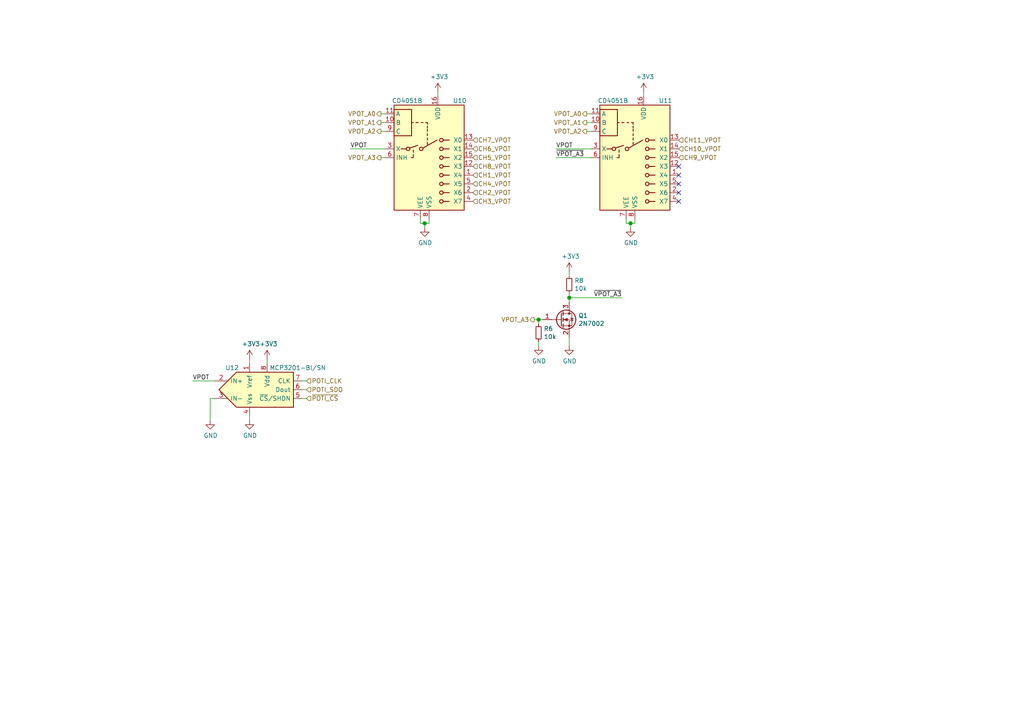
<source format=kicad_sch>
(kicad_sch (version 20211123) (generator eeschema)
  (paper "A4")
  (lib_symbols
    (symbol "Analog_ADC:MCP3201" (pin_names (offset 0.762))
      (property "Reference" "U" (at 3.81 8.89 0))
      (property "Value" "MCP3201" (at 3.81 6.35 0))
      (symbol "MCP3201_0_0"
        (polyline (pts (xy -11.43 0) (xy -6.35 5.08) (xy 10.16 5.08) (xy 10.16 -5.08) (xy -6.35 -5.08) (xy -11.43 0)) (stroke (width 0.254)) (fill (type background)))
      )
      (symbol "MCP3201_1_1"
        (pin power_in line (at -2.54 7.62 270) (length 2.54) (name "Vref") (number "1"))
        (pin input line (at -12.7 2.54 0) (length 3.81) (name "IN+") (number "2"))
        (pin input line (at -12.7 -2.54 0) (length 3.81) (name "IN-") (number "3"))
        (pin power_in line (at -2.54 -7.62 90) (length 2.54) (name "Vss") (number "4"))
        (pin input line (at 12.7 -2.54 180) (length 2.54) (name "~{CS}/SHDN") (number "5"))
        (pin output line (at 12.7 0 180) (length 2.54) (name "Dout") (number "6"))
        (pin input line (at 12.7 2.54 180) (length 2.54) (name "CLK") (number "7"))
        (pin power_in line (at 2.54 7.62 270) (length 2.54) (name "Vdd") (number "8"))
      )
    )
    (symbol "Analog_Switch:CD4051B"
      (property "Reference" "U" (at -10.16 16.51 0))
      (property "Value" "CD4051B" (at 3.81 16.51 0))
      (symbol "CD4051B_0_1"
        (rectangle (start -10.16 6.35) (end -5.08 13.97) (stroke (width 0.254)))
        (rectangle (start -10.16 15.24) (end 10.16 -15.24) (stroke (width 0.254)) (fill (type background)))
        (circle (center -6.096 2.54) (radius 0.508) (stroke (width 0.254)))
        (circle (center -2.286 2.54) (radius 0.508) (stroke (width 0.254)))
        (polyline (pts (xy -8.128 2.54) (xy -6.604 2.54)) (stroke (width 0.254)))
        (polyline (pts (xy -5.588 2.794) (xy -3.302 3.556)) (stroke (width 0.254)))
        (polyline (pts (xy -4.572 0) (xy -5.207 0)) (stroke (width 0.254)))
        (polyline (pts (xy -4.572 0.254) (xy -4.572 0.889)) (stroke (width 0.254)))
        (polyline (pts (xy -4.572 1.524) (xy -4.572 2.159)) (stroke (width 0.254)))
        (polyline (pts (xy -4.572 10.16) (xy -5.08 10.16)) (stroke (width 0.254)))
        (polyline (pts (xy -3.81 10.16) (xy -3.175 10.16)) (stroke (width 0.254)))
        (polyline (pts (xy -1.778 2.794) (xy 2.286 5.08)) (stroke (width 0.254)))
        (polyline (pts (xy -1.778 10.16) (xy -2.286 10.16)) (stroke (width 0.254)))
        (polyline (pts (xy -0.508 3.81) (xy -0.508 4.445)) (stroke (width 0.254)))
        (polyline (pts (xy -0.508 5.08) (xy -0.508 5.715)) (stroke (width 0.254)))
        (polyline (pts (xy -0.508 6.35) (xy -0.508 6.985)) (stroke (width 0.254)))
        (polyline (pts (xy -0.508 7.62) (xy -0.508 8.255)) (stroke (width 0.254)))
        (polyline (pts (xy -0.508 8.636) (xy -0.508 9.144)) (stroke (width 0.254)))
        (polyline (pts (xy -0.508 9.652) (xy -0.508 10.16)) (stroke (width 0.254)))
        (polyline (pts (xy -0.508 10.16) (xy -1.016 10.16)) (stroke (width 0.254)))
        (polyline (pts (xy 4.064 -12.7) (xy 5.842 -12.7)) (stroke (width 0.254)))
        (polyline (pts (xy 4.064 -10.16) (xy 5.842 -10.16)) (stroke (width 0.254)))
        (polyline (pts (xy 4.064 -7.62) (xy 5.842 -7.62)) (stroke (width 0.254)))
        (polyline (pts (xy 4.064 -5.08) (xy 5.842 -5.08)) (stroke (width 0.254)))
        (polyline (pts (xy 4.064 -2.54) (xy 5.842 -2.54)) (stroke (width 0.254)))
        (polyline (pts (xy 4.064 0) (xy 5.842 0)) (stroke (width 0.254)))
        (polyline (pts (xy 4.064 2.54) (xy 5.842 2.54)) (stroke (width 0.254)))
        (polyline (pts (xy 4.064 5.08) (xy 5.842 5.08)) (stroke (width 0.254)))
        (circle (center 3.556 -12.7) (radius 0.508) (stroke (width 0.254)))
        (circle (center 3.556 -10.16) (radius 0.508) (stroke (width 0.254)))
        (circle (center 3.556 -7.62) (radius 0.508) (stroke (width 0.254)))
        (circle (center 3.556 -5.08) (radius 0.508) (stroke (width 0.254)))
        (circle (center 3.556 -2.54) (radius 0.508) (stroke (width 0.254)))
        (circle (center 3.556 0) (radius 0.508) (stroke (width 0.254)))
        (circle (center 3.556 2.54) (radius 0.508) (stroke (width 0.254)))
        (circle (center 3.556 5.08) (radius 0.508) (stroke (width 0.254)))
      )
      (symbol "CD4051B_1_1"
        (pin bidirectional line (at 12.7 -5.08 180) (length 2.54) (name "X4") (number "1"))
        (pin input line (at -12.7 10.16 0) (length 2.54) (name "B") (number "10"))
        (pin input line (at -12.7 12.7 0) (length 2.54) (name "A") (number "11"))
        (pin bidirectional line (at 12.7 -2.54 180) (length 2.54) (name "X3") (number "12"))
        (pin bidirectional line (at 12.7 5.08 180) (length 2.54) (name "X0") (number "13"))
        (pin bidirectional line (at 12.7 2.54 180) (length 2.54) (name "X1") (number "14"))
        (pin bidirectional line (at 12.7 0 180) (length 2.54) (name "X2") (number "15"))
        (pin power_in line (at 2.54 17.78 270) (length 2.54) (name "VDD") (number "16"))
        (pin bidirectional line (at 12.7 -10.16 180) (length 2.54) (name "X6") (number "2"))
        (pin bidirectional line (at -12.7 2.54 0) (length 2.54) (name "X") (number "3"))
        (pin bidirectional line (at 12.7 -12.7 180) (length 2.54) (name "X7") (number "4"))
        (pin bidirectional line (at 12.7 -7.62 180) (length 2.54) (name "X5") (number "5"))
        (pin input line (at -12.7 0 0) (length 2.54) (name "INH") (number "6"))
        (pin power_in line (at -2.54 -17.78 90) (length 2.54) (name "VEE") (number "7"))
        (pin power_in line (at 0 -17.78 90) (length 2.54) (name "VSS") (number "8"))
        (pin input line (at -12.7 7.62 0) (length 2.54) (name "C") (number "9"))
      )
    )
    (symbol "Device:Q_NMOS_GSD" (pin_names (offset 0) hide)
      (property "Reference" "Q" (at 5.08 1.27 0))
      (property "Value" "Q_NMOS_GSD" (at 5.08 -1.27 0))
      (symbol "Q_NMOS_GSD_0_1"
        (polyline (pts (xy 0.254 0) (xy -2.54 0)))
        (polyline (pts (xy 0.254 1.905) (xy 0.254 -1.905)) (stroke (width 0.254)))
        (polyline (pts (xy 0.762 -1.27) (xy 0.762 -2.286)) (stroke (width 0.254)))
        (polyline (pts (xy 0.762 0.508) (xy 0.762 -0.508)) (stroke (width 0.254)))
        (polyline (pts (xy 0.762 2.286) (xy 0.762 1.27)) (stroke (width 0.254)))
        (polyline (pts (xy 2.54 2.54) (xy 2.54 1.778)))
        (polyline (pts (xy 2.54 -2.54) (xy 2.54 0) (xy 0.762 0)))
        (polyline (pts (xy 0.762 -1.778) (xy 3.302 -1.778) (xy 3.302 1.778) (xy 0.762 1.778)))
        (polyline (pts (xy 1.016 0) (xy 2.032 0.381) (xy 2.032 -0.381) (xy 1.016 0)) (fill (type outline)))
        (polyline (pts (xy 2.794 0.508) (xy 2.921 0.381) (xy 3.683 0.381) (xy 3.81 0.254)))
        (polyline (pts (xy 3.302 0.381) (xy 2.921 -0.254) (xy 3.683 -0.254) (xy 3.302 0.381)))
        (circle (center 1.651 0) (radius 2.794) (stroke (width 0.254)))
        (circle (center 2.54 -1.778) (radius 0.254) (fill (type outline)))
        (circle (center 2.54 1.778) (radius 0.254) (fill (type outline)))
      )
      (symbol "Q_NMOS_GSD_1_1"
        (pin input line (at -5.08 0 0) (length 2.54) (name "G") (number "1"))
        (pin passive line (at 2.54 -5.08 90) (length 2.54) (name "S") (number "2"))
        (pin passive line (at 2.54 5.08 270) (length 2.54) (name "D") (number "3"))
      )
    )
    (symbol "Device:R_Small" (pin_numbers hide) (pin_names (offset 0.254) hide)
      (property "Reference" "R" (at 0.762 0.508 0))
      (property "Value" "R_Small" (at 0.762 -1.016 0))
      (symbol "R_Small_0_1"
        (rectangle (start -0.762 1.778) (end 0.762 -1.778) (stroke (width 0.2032)))
      )
      (symbol "R_Small_1_1"
        (pin passive line (at 0 2.54 270) (length 0.762) (name "~") (number "1"))
        (pin passive line (at 0 -2.54 90) (length 0.762) (name "~") (number "2"))
      )
    )
    (symbol "power:+3.3V" (power) (pin_names (offset 0))
      (property "Value" "+3.3V" (at 0 3.556 0))
      (symbol "+3.3V_0_1"
        (polyline (pts (xy -0.762 1.27) (xy 0 2.54)))
        (polyline (pts (xy 0 0) (xy 0 2.54)))
        (polyline (pts (xy 0 2.54) (xy 0.762 1.27)))
      )
      (symbol "+3.3V_1_1"
        (pin power_in line (at 0 0 90) (length 0) hide (name "+3V3") (number "1"))
      )
    )
    (symbol "power:GND" (power) (pin_names (offset 0))
      (property "Value" "GND" (at 0 -3.81 0))
      (symbol "GND_0_1"
        (polyline (pts (xy 0 0) (xy 0 -1.27) (xy 1.27 -1.27) (xy 0 -2.54) (xy -1.27 -1.27) (xy 0 -1.27)))
      )
      (symbol "GND_1_1"
        (pin power_in line (at 0 0 270) (length 0) hide (name "GND") (number "1"))
      )
    )
  )
  (junction (at 182.88 64.77) (diameter 1.016))
  (junction (at 165.1 86.36) (diameter 1.016))
  (junction (at 123.19 64.77) (diameter 1.016))
  (junction (at 156.21 92.71) (diameter 1.016))
  (no_connect (at 196.85 58.42))
  (no_connect (at 196.85 55.88))
  (no_connect (at 196.85 50.8))
  (no_connect (at 196.85 48.26))
  (no_connect (at 196.85 53.34))
  (wire (pts (xy 110.49 38.1) (xy 111.76 38.1)))
  (wire (pts (xy 181.61 63.5) (xy 181.61 64.77)))
  (wire (pts (xy 121.92 63.5) (xy 121.92 64.77)))
  (wire (pts (xy 127 26.67) (xy 127 27.94)))
  (wire (pts (xy 156.21 93.98) (xy 156.21 92.71)))
  (wire (pts (xy 181.61 64.77) (xy 182.88 64.77)))
  (wire (pts (xy 165.1 86.36) (xy 180.34 86.36)))
  (wire (pts (xy 186.69 26.67) (xy 186.69 27.94)))
  (wire (pts (xy 88.9 110.49) (xy 87.63 110.49)))
  (wire (pts (xy 124.46 64.77) (xy 124.46 63.5)))
  (wire (pts (xy 156.21 92.71) (xy 157.48 92.71)))
  (wire (pts (xy 101.6 43.18) (xy 111.76 43.18)))
  (wire (pts (xy 123.19 66.04) (xy 123.19 64.77)))
  (wire (pts (xy 72.39 121.92) (xy 72.39 120.65)))
  (wire (pts (xy 154.94 92.71) (xy 156.21 92.71)))
  (wire (pts (xy 165.1 85.09) (xy 165.1 86.36)))
  (wire (pts (xy 165.1 86.36) (xy 165.1 87.63)))
  (wire (pts (xy 170.18 38.1) (xy 171.45 38.1)))
  (wire (pts (xy 170.18 33.02) (xy 171.45 33.02)))
  (wire (pts (xy 184.15 64.77) (xy 184.15 63.5)))
  (wire (pts (xy 72.39 105.41) (xy 72.39 104.14)))
  (wire (pts (xy 182.88 64.77) (xy 184.15 64.77)))
  (wire (pts (xy 60.96 115.57) (xy 60.96 121.92)))
  (wire (pts (xy 110.49 35.56) (xy 111.76 35.56)))
  (wire (pts (xy 62.23 115.57) (xy 60.96 115.57)))
  (wire (pts (xy 110.49 45.72) (xy 111.76 45.72)))
  (wire (pts (xy 161.29 45.72) (xy 171.45 45.72)))
  (wire (pts (xy 182.88 66.04) (xy 182.88 64.77)))
  (wire (pts (xy 121.92 64.77) (xy 123.19 64.77)))
  (wire (pts (xy 165.1 78.74) (xy 165.1 80.01)))
  (wire (pts (xy 156.21 100.33) (xy 156.21 99.06)))
  (wire (pts (xy 165.1 100.33) (xy 165.1 97.79)))
  (wire (pts (xy 110.49 33.02) (xy 111.76 33.02)))
  (wire (pts (xy 123.19 64.77) (xy 124.46 64.77)))
  (wire (pts (xy 170.18 35.56) (xy 171.45 35.56)))
  (wire (pts (xy 55.88 110.49) (xy 62.23 110.49)))
  (wire (pts (xy 161.29 43.18) (xy 171.45 43.18)))
  (wire (pts (xy 88.9 113.03) (xy 87.63 113.03)))
  (wire (pts (xy 77.47 105.41) (xy 77.47 104.14)))
  (wire (pts (xy 87.63 115.57) (xy 88.9 115.57)))
  (label "VPOT" (at 55.88 110.49 0))
  (label "VPOT" (at 101.6 43.18 0))
  (label "VPOT" (at 161.29 43.18 0))
  (label "~{VPOT_A3}" (at 161.29 45.72 0))
  (label "~{VPOT_A3}" (at 180.34 86.36 180))
  (hierarchical_label "VPOT_A3" (shape output) (at 110.49 45.72 180))
  (hierarchical_label "VPOT_A0" (shape output) (at 110.49 33.02 180))
  (hierarchical_label "VPOT_A0" (shape output) (at 170.18 33.02 180))
  (hierarchical_label "VPOT_A2" (shape output) (at 110.49 38.1 180))
  (hierarchical_label "CH10_VPOT" (shape input) (at 196.85 43.18 0))
  (hierarchical_label "CH5_VPOT" (shape input) (at 137.16 45.72 0))
  (hierarchical_label "VPOT_A1" (shape output) (at 170.18 35.56 180))
  (hierarchical_label "CH8_VPOT" (shape input) (at 137.16 48.26 0))
  (hierarchical_label "CH3_VPOT" (shape input) (at 137.16 58.42 0))
  (hierarchical_label "CH1_VPOT" (shape input) (at 137.16 50.8 0))
  (hierarchical_label "VPOT_A2" (shape output) (at 170.18 38.1 180))
  (hierarchical_label "POTI_SDO" (shape input) (at 88.9 113.03 0))
  (hierarchical_label "CH7_VPOT" (shape input) (at 137.16 40.64 0))
  (hierarchical_label "VPOT_A1" (shape output) (at 110.49 35.56 180))
  (hierarchical_label "CH6_VPOT" (shape input) (at 137.16 43.18 0))
  (hierarchical_label "CH11_VPOT" (shape input) (at 196.85 40.64 0))
  (hierarchical_label "CH4_VPOT" (shape input) (at 137.16 53.34 0))
  (hierarchical_label "POTI_CLK" (shape input) (at 88.9 110.49 0))
  (hierarchical_label "CH9_VPOT" (shape input) (at 196.85 45.72 0))
  (hierarchical_label "CH2_VPOT" (shape input) (at 137.16 55.88 0))
  (hierarchical_label "~{POTI_CS}" (shape input) (at 88.9 115.57 0))
  (hierarchical_label "VPOT_A3" (shape output) (at 154.94 92.71 180))
  (symbol (lib_id "power:GND") (at 123.19 66.04 0) (unit 1)
    (property "Reference" "#PWR0413" (effects hide))
    (property "Value" "GND" (at 123.317 70.4342 0))
  )
  (symbol (lib_id "power:+3.3V") (at 127 26.67 0) (unit 1)
    (property "Reference" "#PWR0414" (effects hide))
    (property "Value" "+3.3V" (at 127.381 22.2758 0))
  )
  (symbol (lib_id "Analog_Switch:CD4051B") (at 184.15 45.72 0) (unit 1)
    (property "Reference" "U11" (at 193.04 29.21 0))
    (property "Value" "CD4051B" (at 177.8 29.21 0))
    (property "Footprint" "Package_SO:SOIC-16_3.9x9.9mm_P1.27mm" (effects hide))
    (property "Datasheet" "http://www.ti.com/lit/ds/symlink/cd4052b.pdf" (effects hide))
    (property "LCSC" "C21379" (effects hide))
  )
  (symbol (lib_id "power:GND") (at 182.88 66.04 0) (unit 1)
    (property "Reference" "#PWR0415" (effects hide))
    (property "Value" "GND" (at 183.007 70.4342 0))
  )
  (symbol (lib_id "power:+3.3V") (at 186.69 26.67 0) (unit 1)
    (property "Reference" "#PWR0416" (effects hide))
    (property "Value" "+3.3V" (at 187.071 22.2758 0))
  )
  (symbol (lib_id "Analog_Switch:CD4051B") (at 124.46 45.72 0) (unit 1)
    (property "Reference" "U10" (at 133.35 29.21 0))
    (property "Value" "CD4051B" (at 118.11 29.21 0))
    (property "Footprint" "Package_SO:SOIC-16_3.9x9.9mm_P1.27mm" (effects hide))
    (property "Datasheet" "http://www.ti.com/lit/ds/symlink/cd4052b.pdf" (effects hide))
    (property "LCSC" "C21379" (effects hide))
  )
  (symbol (lib_id "power:+3.3V") (at 77.47 104.14 0) (unit 1)
    (property "Reference" "#PWR0406" (effects hide))
    (property "Value" "+3.3V" (at 77.851 99.7458 0))
  )
  (symbol (lib_id "power:+3.3V") (at 72.39 104.14 0) (unit 1)
    (property "Reference" "#PWR0407" (effects hide))
    (property "Value" "+3.3V" (at 72.771 99.7458 0))
  )
  (symbol (lib_id "Analog_ADC:MCP3201") (at 74.93 113.03 0) (unit 1)
    (property "Reference" "U12" (at 67.31 106.68 0))
    (property "Value" "MCP3201-BI/SN" (at 86.36 106.68 0))
    (property "Footprint" "Package_SO:SOIC-8_3.9x4.9mm_P1.27mm" (effects hide))
    (property "Datasheet" "http://ww1.microchip.com/downloads/en/DeviceDoc/21290D.pdf" (effects hide))
    (property "LCSC" "C49274" (effects hide))
  )
  (symbol (lib_id "power:GND") (at 60.96 121.92 0) (unit 1)
    (property "Reference" "#PWR0411" (effects hide))
    (property "Value" "GND" (at 61.087 126.3142 0))
  )
  (symbol (lib_id "power:GND") (at 72.39 121.92 0) (unit 1)
    (property "Reference" "#PWR0412" (effects hide))
    (property "Value" "GND" (at 72.517 126.3142 0))
  )
  (symbol (lib_id "Device:Q_NMOS_GSD") (at 162.56 92.71 0) (unit 1)
    (property "Reference" "Q1" (at 167.7416 91.5416 0) (effects (justify left)))
    (property "Value" "2N7002" (at 167.7416 93.853 0) (effects (justify left)))
    (property "Footprint" "Package_TO_SOT_SMD:SOT-23" (effects hide))
    (property "LCSC" "C8545" (effects hide))
  )
  (symbol (lib_id "power:GND") (at 165.1 100.33 0) (unit 1)
    (property "Reference" "#PWR0258" (effects hide))
    (property "Value" "GND" (at 165.227 104.7242 0))
  )
  (symbol (lib_id "Device:R_Small") (at 165.1 82.55 0) (unit 1)
    (property "Reference" "R8" (at 166.5986 81.3816 0) (effects (justify left)))
    (property "Value" "10k" (at 166.5986 83.693 0) (effects (justify left)))
    (property "Footprint" "Resistor_SMD:R_0603_1608Metric" (effects hide))
    (property "LCSC" "C25804" (effects hide))
  )
  (symbol (lib_id "power:+3.3V") (at 165.1 78.74 0) (unit 1)
    (property "Reference" "#PWR0259" (effects hide))
    (property "Value" "+3.3V" (at 165.481 74.3458 0))
  )
  (symbol (lib_id "Device:R_Small") (at 156.21 96.52 0) (unit 1)
    (property "Reference" "R6" (at 157.7086 95.3516 0) (effects (justify left)))
    (property "Value" "10k" (at 157.7086 97.663 0) (effects (justify left)))
    (property "Footprint" "Resistor_SMD:R_0603_1608Metric" (effects hide))
    (property "LCSC" "C25804" (effects hide))
  )
  (symbol (lib_id "power:GND") (at 156.21 100.33 0) (unit 1)
    (property "Reference" "#PWR0260" (effects hide))
    (property "Value" "GND" (at 156.337 104.7242 0))
  )
)
</source>
